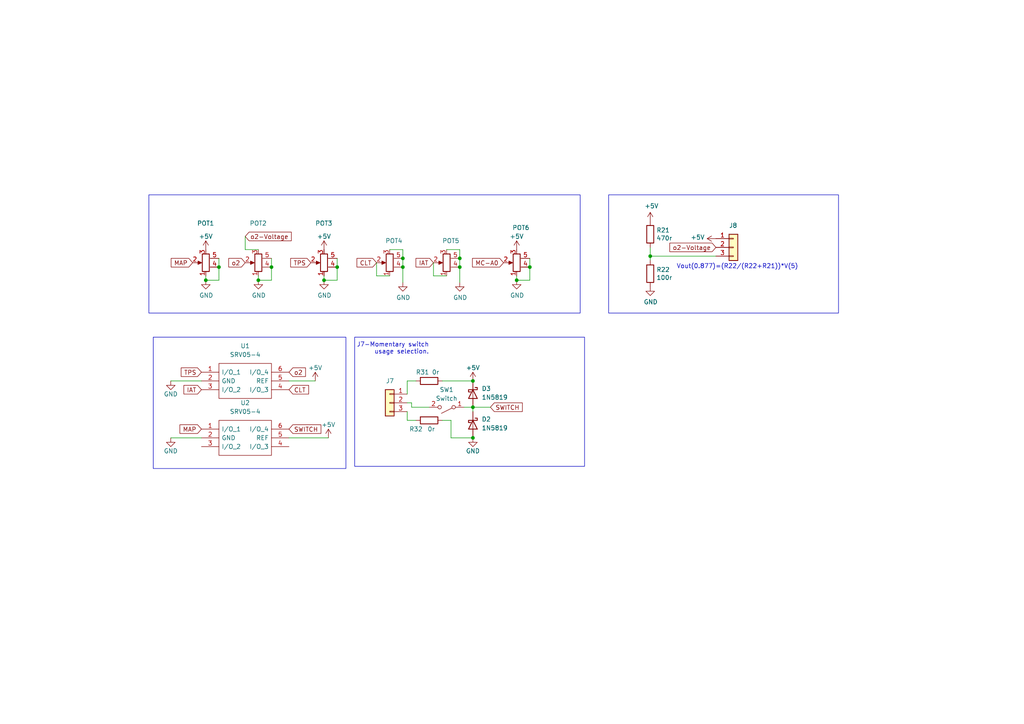
<source format=kicad_sch>
(kicad_sch (version 20250114) (generator "eeschema") (generator_version "9.0")
  (paper "A4")
  (title_block (title "Engine Simulator") (date "2025-02-28") (rev "Production B2") (company "OpenLogicEFI"))
  (lib_symbols
    (symbol "Connector_Generic:Conn_01x03" (pin_names (offset 1.016) (hide yes))
      (property "Reference" "J" (at 0 5.08 0))
      (property "Value" "Conn_01x03" (at 0 -5.08 0))
      (symbol "Conn_01x03_1_1"
        (rectangle (start -1.27 3.81) (end 1.27 -3.81) (stroke (width 0.254)) (fill (type background)))
        (rectangle (start -1.27 2.667) (end 0 2.413) (stroke (width 0.1524)))
        (rectangle (start -1.27 0.127) (end 0 -0.127) (stroke (width 0.1524)))
        (rectangle (start -1.27 -2.413) (end 0 -2.667) (stroke (width 0.1524)))
        (pin passive line (at -5.08 2.54 0) (length 3.81) (name "Pin_1") (number "1"))
        (pin passive line (at -5.08 0 0) (length 3.81) (name "Pin_2") (number "2"))
        (pin passive line (at -5.08 -2.54 0) (length 3.81) (name "Pin_3") (number "3"))
      )
    )
    (symbol "Detonation:Pot-10k" (pin_names (offset 1.016) (hide yes))
      (property "Reference" "POT4" (at -2.54 7.62 0))
      (property "Value" "Pot-10k" (at -2.54 6.35 0))
      (symbol "Pot-10k_0_1"
        (rectangle (start 1.016 2.54) (end -1.016 -2.54) (stroke (width 0.254)))
        (polyline (pts (xy 1.143 0) (xy 2.286 0.508) (xy 2.286 -0.508) (xy 1.143 0)) (fill (type outline)))
        (polyline (pts (xy 2.54 0) (xy 1.524 0)))
      )
      (symbol "Pot-10k_1_1"
        (pin passive line (at -3.81 1.27 0) (length 2.54) (name "Mounting_Tap") (number "4"))
        (pin passive line (at -3.81 -1.27 0) (length 2.54) (name "Mounting_Tap") (number "5"))
        (pin passive line (at 0 3.81 270) (length 1.27) (name "1") (number "1"))
        (pin passive line (at 0 -3.81 90) (length 1.27) (name "3") (number "3"))
        (pin passive line (at 3.81 0 180) (length 1.27) (name "2") (number "2"))
      )
    )
    (symbol "Detonation:SRV05-4" (pin_names (offset 0.762))
      (property "Reference" "U2" (at 1.905 3.81 0))
      (property "Value" "SRV05-4" (at 12.7 3.81 0))
      (symbol "SRV05-4_0_0"
        (pin passive line (at 0 0 0) (length 5.08) (name "I/O_1") (number "1"))
        (pin passive line (at 0 -2.54 0) (length 5.08) (name "GND") (number "2"))
        (pin passive line (at 0 -5.08 0) (length 5.08) (name "I/O_2") (number "3"))
        (pin passive line (at 25.4 0 180) (length 5.08) (name "I/O_4") (number "6"))
        (pin passive line (at 25.4 -2.54 180) (length 5.08) (name "REF") (number "5"))
        (pin passive line (at 25.4 -5.08 180) (length 5.08) (name "I/O_3") (number "4"))
      )
      (symbol "SRV05-4_0_1"
        (polyline (pts (xy 5.08 2.54) (xy 20.32 2.54) (xy 20.32 -7.62) (xy 5.08 -7.62) (xy 5.08 2.54)) (stroke (width 0.1524)))
      )
    )
    (symbol "Device:R" (pin_numbers (hide yes)) (pin_names (offset 0))
      (property "Reference" "R" (at 2.032 0 90))
      (property "Value" "R" (at 0 0 90))
      (symbol "R_0_1"
        (rectangle (start -1.016 -2.54) (end 1.016 2.54) (stroke (width 0.254)))
      )
      (symbol "R_1_1"
        (pin passive line (at 0 3.81 270) (length 1.27) (name "~") (number "1"))
        (pin passive line (at 0 -3.81 90) (length 1.27) (name "~") (number "2"))
      )
    )
    (symbol "Diode:1N5819" (pin_numbers (hide yes)) (pin_names (offset 1.016) (hide yes))
      (property "Reference" "D" (at 0 2.54 0))
      (property "Value" "1N5819" (at 0 -2.54 0))
      (symbol "1N5819_0_1"
        (polyline (pts (xy -1.905 0.635) (xy -1.905 1.27) (xy -1.27 1.27) (xy -1.27 -1.27) (xy -0.635 -1.27) (xy -0.635 -0.635)) (stroke (width 0.254)))
        (polyline (pts (xy 1.27 1.27) (xy 1.27 -1.27) (xy -1.27 0) (xy 1.27 1.27)) (stroke (width 0.254)))
        (polyline (pts (xy 1.27 0) (xy -1.27 0)))
      )
      (symbol "1N5819_1_1"
        (pin passive line (at -3.81 0 0) (length 2.54) (name "K") (number "1"))
        (pin passive line (at 3.81 0 180) (length 2.54) (name "A") (number "2"))
      )
    )
    (symbol "Switch:SW_SPST" (pin_names (offset 0) (hide yes))
      (property "Reference" "SW" (at 0 3.175 0))
      (property "Value" "SW_SPST" (at 0 -2.54 0))
      (symbol "SW_SPST_0_0"
        (circle (center -2.032 0) (radius 0.508))
        (polyline (pts (xy -1.524 0.254) (xy 1.524 1.778)))
        (circle (center 2.032 0) (radius 0.508))
      )
      (symbol "SW_SPST_1_1"
        (pin passive line (at -5.08 0 0) (length 2.54) (name "A") (number "1"))
        (pin passive line (at 5.08 0 180) (length 2.54) (name "B") (number "2"))
      )
    )
    (symbol "power:+5V" (power) (pin_names (offset 0))
      (property "Value" "+5V" (at 0 3.556 0))
      (symbol "+5V_0_1"
        (polyline (pts (xy -0.762 1.27) (xy 0 2.54)))
        (polyline (pts (xy 0 2.54) (xy 0.762 1.27)))
        (polyline (pts (xy 0 0) (xy 0 2.54)))
      )
      (symbol "+5V_1_1"
        (pin power_in line (at 0 0 90) (length 0) (hide yes) (name "+5V") (number "1"))
      )
    )
    (symbol "power:GND" (power) (pin_names (offset 0))
      (property "Value" "GND" (at 0 -3.81 0))
      (symbol "GND_0_1"
        (polyline (pts (xy 0 0) (xy 0 -1.27) (xy 1.27 -1.27) (xy 0 -2.54) (xy -1.27 -1.27) (xy 0 -1.27)))
      )
      (symbol "GND_1_1"
        (pin power_in line (at 0 0 270) (length 0) (hide yes) (name "GND") (number "1"))
      )
    )
  )
  (rectangle (start 43.18 56.515) (end 168.275 90.805))
  (rectangle (start 176.53 56.515) (end 243.205 90.805))
  (rectangle (start 102.87 97.79) (end 169.545 135.255))
  (rectangle (start 44.45 97.79) (end 100.33 135.89))
  (text "Vout(0.877)=(R22/(R22+R21))*V(5)" (at 196.215 78.105 0) (effects (font (size 1.27 1.27)) (justify left bottom)))
  (text "J7-Momentary switch\nusage selection." (at 124.46 102.87 0) (effects (font (size 1.27 1.27)) (justify right bottom)))
  (junction (at 93.98 81.28))
  (junction (at 153.67 77.47))
  (junction (at 97.79 77.47))
  (junction (at 133.35 74.93))
  (junction (at 137.16 118.11))
  (junction (at 188.595 74.295))
  (junction (at 137.16 110.49))
  (junction (at 149.86 81.28))
  (junction (at 59.69 81.28))
  (junction (at 116.84 74.93))
  (junction (at 137.16 127))
  (junction (at 116.84 77.47))
  (junction (at 78.74 77.47))
  (junction (at 133.35 77.47))
  (junction (at 74.93 81.28))
  (junction (at 63.5 77.47))
  (wire (pts (xy 71.12 72.39) (xy 74.93 72.39)))
  (wire (pts (xy 133.35 72.39) (xy 133.35 74.93)))
  (wire (pts (xy 109.22 80.01) (xy 109.22 76.2)))
  (wire (pts (xy 78.74 81.28) (xy 78.74 77.47)))
  (wire (pts (xy 113.03 80.01) (xy 109.22 80.01)))
  (wire (pts (xy 97.79 77.47) (xy 97.79 81.28)))
  (wire (pts (xy 188.595 71.755) (xy 188.595 74.295)))
  (wire (pts (xy 149.86 81.28) (xy 149.86 80.01)))
  (wire (pts (xy 188.595 74.295) (xy 188.595 75.565)))
  (wire (pts (xy 129.54 80.01) (xy 125.73 80.01)))
  (wire (pts (xy 63.5 77.47) (xy 63.5 74.93)))
  (wire (pts (xy 119.38 118.11) (xy 124.46 118.11)))
  (wire (pts (xy 63.5 81.28) (xy 63.5 77.47)))
  (wire (pts (xy 137.16 119.38) (xy 137.16 118.11)))
  (wire (pts (xy 97.79 81.28) (xy 93.98 81.28)))
  (wire (pts (xy 116.84 81.915) (xy 116.84 77.47)))
  (wire (pts (xy 153.67 81.28) (xy 153.67 77.47)))
  (wire (pts (xy 134.62 118.11) (xy 137.16 118.11)))
  (wire (pts (xy 49.53 127) (xy 58.42 127)))
  (wire (pts (xy 120.65 110.49) (xy 118.11 110.49)))
  (wire (pts (xy 118.11 110.49) (xy 118.11 114.3)))
  (wire (pts (xy 149.86 81.28) (xy 153.67 81.28)))
  (wire (pts (xy 91.44 110.49) (xy 83.82 110.49)))
  (wire (pts (xy 116.84 72.39) (xy 116.84 74.93)))
  (wire (pts (xy 118.11 121.92) (xy 118.11 119.38)))
  (wire (pts (xy 207.645 74.295) (xy 188.595 74.295)))
  (wire (pts (xy 113.03 72.39) (xy 116.84 72.39)))
  (wire (pts (xy 74.93 81.28) (xy 74.93 80.01)))
  (wire (pts (xy 59.69 81.28) (xy 59.69 80.01)))
  (wire (pts (xy 119.38 116.84) (xy 118.11 116.84)))
  (wire (pts (xy 71.12 72.39) (xy 71.12 68.58)))
  (wire (pts (xy 78.74 77.47) (xy 78.74 74.93)))
  (wire (pts (xy 137.16 118.11) (xy 142.24 118.11)))
  (wire (pts (xy 116.84 77.47) (xy 116.84 74.93)))
  (wire (pts (xy 125.73 80.01) (xy 125.73 76.2)))
  (wire (pts (xy 74.93 81.28) (xy 78.74 81.28)))
  (wire (pts (xy 130.81 127) (xy 137.16 127)))
  (wire (pts (xy 130.81 121.92) (xy 128.27 121.92)))
  (wire (pts (xy 129.54 72.39) (xy 133.35 72.39)))
  (wire (pts (xy 97.79 77.47) (xy 97.79 74.93)))
  (wire (pts (xy 133.35 77.47) (xy 133.35 74.93)))
  (wire (pts (xy 119.38 118.11) (xy 119.38 116.84)))
  (wire (pts (xy 59.69 81.28) (xy 63.5 81.28)))
  (wire (pts (xy 153.67 77.47) (xy 153.67 74.93)))
  (wire (pts (xy 133.35 81.915) (xy 133.35 77.47)))
  (wire (pts (xy 93.98 81.28) (xy 93.98 80.01)))
  (wire (pts (xy 120.65 121.92) (xy 118.11 121.92)))
  (wire (pts (xy 95.25 127) (xy 83.82 127)))
  (wire (pts (xy 130.81 121.92) (xy 130.81 127)))
  (wire (pts (xy 49.53 110.49) (xy 58.42 110.49)))
  (wire (pts (xy 128.27 110.49) (xy 137.16 110.49)))
  (global_label "o2" (shape input) (at 83.82 107.95 0) (property "Intersheetrefs" "${INTERSHEET_REFS}" (effects (hide yes))))
  (global_label "IAT" (shape input) (at 125.73 76.2 180) (property "Intersheetrefs" "${INTERSHEET_REFS}" (effects (hide yes))))
  (global_label "TPS" (shape input) (at 90.17 76.2 180) (property "Intersheetrefs" "${INTERSHEET_REFS}" (effects (hide yes))))
  (global_label "CLT" (shape input) (at 109.22 76.2 180) (property "Intersheetrefs" "${INTERSHEET_REFS}" (effects (hide yes))))
  (global_label "MC-A0" (shape input) (at 146.05 76.2 180) (property "Intersheetrefs" "${INTERSHEET_REFS}" (effects (hide yes))))
  (global_label "MAP" (shape input) (at 55.88 76.2 180) (property "Intersheetrefs" "${INTERSHEET_REFS}" (effects (hide yes))))
  (global_label "CLT" (shape input) (at 83.82 113.03 0) (property "Intersheetrefs" "${INTERSHEET_REFS}" (effects (hide yes))))
  (global_label "IAT" (shape input) (at 58.42 113.03 180) (property "Intersheetrefs" "${INTERSHEET_REFS}" (effects (hide yes))))
  (global_label "SWITCH" (shape input) (at 83.82 124.46 0) (property "Intersheetrefs" "${INTERSHEET_REFS}" (effects (hide yes))))
  (global_label "o2-Voltage" (shape input) (at 71.12 68.58 0) (property "Intersheetrefs" "${INTERSHEET_REFS}" (effects (hide yes))))
  (global_label "SWITCH" (shape input) (at 142.24 118.11 0) (property "Intersheetrefs" "${INTERSHEET_REFS}" (effects (hide yes))))
  (global_label "o2" (shape input) (at 71.12 76.2 180) (property "Intersheetrefs" "${INTERSHEET_REFS}" (effects (hide yes))))
  (global_label "o2-Voltage" (shape input) (at 207.645 71.755 180) (property "Intersheetrefs" "${INTERSHEET_REFS}" (effects (hide yes))))
  (global_label "MAP" (shape input) (at 58.42 124.46 180) (property "Intersheetrefs" "${INTERSHEET_REFS}" (effects (hide yes))))
  (global_label "TPS" (shape input) (at 58.42 107.95 180) (property "Intersheetrefs" "${INTERSHEET_REFS}" (effects (hide yes))))
  (symbol (lib_id "Detonation:SRV05-4") (at 58.42 124.46 0) (unit 1)
    (property "Reference" "U2" (at 71.12 116.84 0))
    (property "Value" "SRV05-4" (at 71.12 119.38 0))
    (property "Footprint" "Package_TO_SOT_SMD:SOT-23-6" (effects (hide yes)))
    (property "LCSC" "C7420376" (effects (hide yes)))
  )
  (symbol (lib_id "power:+5V") (at 59.69 72.39 0) (unit 1)
    (property "Reference" "#PWR04" (effects (hide yes)))
    (property "Value" "+5V" (at 59.69 68.58 0))
  )
  (symbol (lib_id "power:GND") (at 59.69 81.28 0) (unit 1)
    (property "Reference" "#PWR05" (effects (hide yes)))
    (property "Value" "GND" (at 59.817 85.6742 0))
  )
  (symbol (lib_id "Device:R") (at 188.595 67.945 0) (unit 1)
    (property "Reference" "R21" (at 190.373 66.7766 0) (effects (justify left)))
    (property "Value" "470r" (at 190.373 69.088 0) (effects (justify left)))
    (property "Footprint" "Resistor_SMD:R_0603_1608Metric" (effects (hide yes)))
    (property "LCSC" "C23179" (effects (hide yes)))
  )
  (symbol (lib_id "Diode:1N5819") (at 137.16 114.3 270) (unit 1)
    (property "Reference" "D3" (at 139.7 112.7124 90) (effects (justify left)))
    (property "Value" "1N5819" (at 139.7 115.2524 90) (effects (justify left)))
    (property "Footprint" "Diode_SMD:D_SOD-123" (effects (hide yes)))
    (property "Datasheet" "http://www.vishay.com/docs/88525/1n5817.pdf" (effects (hide yes)))
    (property "Description" "40V 1A Schottky Barrier Rectifier Diode" (effects (hide yes)))
    (property "LCSC" "C8598" (effects (hide yes)))
  )
  (symbol (lib_id "power:GND") (at 49.53 110.49 0) (mirror y) (unit 1)
    (property "Reference" "#PWR047" (effects (hide yes)))
    (property "Value" "GND" (at 49.53 114.3 0))
  )
  (symbol (lib_id "power:GND") (at 93.98 81.28 0) (unit 1)
    (property "Reference" "#PWR018" (effects (hide yes)))
    (property "Value" "GND" (at 94.107 85.6742 0))
  )
  (symbol (lib_id "Connector_Generic:Conn_01x03") (at 113.03 116.84 0) (mirror y) (unit 1) (in_bom no)
    (property "Reference" "J7" (at 114.3 110.49 0) (effects (justify left)))
    (property "Value" "Conn_01x03" (effects (hide yes)))
    (property "Footprint" "Detonation:3-PinSwitch" (effects (hide yes)))
  )
  (symbol (lib_id "power:+5V") (at 149.86 72.39 0) (unit 1)
    (property "Reference" "#PWR041" (effects (hide yes)))
    (property "Value" "+5V" (at 149.86 68.58 0))
  )
  (symbol (lib_id "power:+5V") (at 93.98 72.39 0) (unit 1)
    (property "Reference" "#PWR017" (effects (hide yes)))
    (property "Value" "+5V" (at 93.98 68.58 0))
  )
  (symbol (lib_id "Diode:1N5819") (at 137.16 123.19 270) (unit 1)
    (property "Reference" "D2" (at 139.7 121.6024 90) (effects (justify left)))
    (property "Value" "1N5819" (at 139.7 124.1424 90) (effects (justify left)))
    (property "Footprint" "Diode_SMD:D_SOD-123" (effects (hide yes)))
    (property "Datasheet" "http://www.vishay.com/docs/88525/1n5817.pdf" (effects (hide yes)))
    (property "Description" "40V 1A Schottky Barrier Rectifier Diode" (effects (hide yes)))
    (property "LCSC" "C8598" (effects (hide yes)))
  )
  (symbol (lib_id "power:GND") (at 137.16 127 0) (mirror y) (unit 1)
    (property "Reference" "#PWR044" (effects (hide yes)))
    (property "Value" "GND" (at 137.16 130.81 0))
  )
  (symbol (lib_id "Detonation:Pot-10k") (at 93.98 76.2 180) (unit 1)
    (property "Reference" "POT3" (at 91.44 64.77 0) (effects (justify right)))
    (property "Value" "MAP/SP1" (effects (hide yes)))
    (property "Footprint" "Misc:RV09AF4020KB10K" (effects (hide yes)))
  )
  (symbol (lib_id "Switch:SW_SPST") (at 129.54 118.11 180) (unit 1) (in_bom no)
    (property "Reference" "SW1" (at 129.54 113.03 0))
    (property "Value" "Switch" (at 129.54 115.57 0))
    (property "Footprint" "Button_Switch_THT:SW_PUSH_6mm_H9.5mm" (effects (hide yes)))
  )
  (symbol (lib_id "power:+5V") (at 137.16 110.49 0) (mirror y) (unit 1)
    (property "Reference" "#PWR043" (effects (hide yes)))
    (property "Value" "+5V" (at 137.16 106.68 0))
  )
  (symbol (lib_id "Device:R") (at 124.46 121.92 270) (unit 1)
    (property "Reference" "R32" (at 120.65 124.46 90))
    (property "Value" "0r" (at 125.095 124.46 90))
    (property "Footprint" "Resistor_SMD:R_0805_2012Metric" (effects (hide yes)))
    (property "LCSC" "C17477" (effects (hide yes)))
    (property "Manufacture PN" "0805W8F0000T5E" (effects (hide yes)))
  )
  (symbol (lib_id "Detonation:Pot-10k") (at 129.54 76.2 180) (unit 1)
    (property "Reference" "POT5" (at 128.27 69.85 0) (effects (justify right)))
    (property "Value" "o2" (effects (hide yes)))
    (property "Footprint" "Misc:RV09AF4020KB10K" (effects (hide yes)))
  )
  (symbol (lib_id "power:GND") (at 116.84 81.915 0) (unit 1)
    (property "Reference" "#PWR027" (effects (hide yes)))
    (property "Value" "GND" (at 116.967 86.3092 0))
  )
  (symbol (lib_id "power:+5V") (at 91.44 110.49 0) (mirror y) (unit 1)
    (property "Reference" "#PWR046" (effects (hide yes)))
    (property "Value" "+5V" (at 91.44 106.68 0))
  )
  (symbol (lib_id "power:GND") (at 149.86 81.28 0) (unit 1)
    (property "Reference" "#PWR042" (effects (hide yes)))
    (property "Value" "GND" (at 149.987 85.6742 0))
  )
  (symbol (lib_id "power:GND") (at 74.93 81.28 0) (unit 1)
    (property "Reference" "#PWR015" (effects (hide yes)))
    (property "Value" "GND" (at 75.057 85.6742 0))
  )
  (symbol (lib_id "power:GND") (at 133.35 81.915 0) (unit 1)
    (property "Reference" "#PWR029" (effects (hide yes)))
    (property "Value" "GND" (at 133.477 86.3092 0))
  )
  (symbol (lib_id "Detonation:Pot-10k") (at 149.86 76.2 180) (unit 1)
    (property "Reference" "POT6" (at 148.59 66.04 0) (effects (justify right)))
    (property "Value" "RPM" (effects (hide yes)))
    (property "Footprint" "Misc:RV09AF4020KB10K" (effects (hide yes)))
  )
  (symbol (lib_id "Detonation:Pot-10k") (at 59.69 76.2 180) (unit 1)
    (property "Reference" "POT1" (at 57.15 64.77 0) (effects (justify right)))
    (property "Value" "IAT" (effects (hide yes)))
    (property "Footprint" "Misc:RV09AF4020KB10K" (effects (hide yes)))
  )
  (symbol (lib_id "power:+5V") (at 188.595 64.135 0) (unit 1)
    (property "Reference" "#PWR051" (effects (hide yes)))
    (property "Value" "+5V" (at 188.976 59.7408 0))
  )
  (symbol (lib_id "Detonation:Pot-10k") (at 74.93 76.2 180) (unit 1)
    (property "Reference" "POT2" (at 72.39 64.77 0) (effects (justify right)))
    (property "Value" "CLT" (effects (hide yes)))
    (property "Footprint" "Misc:RV09AF4020KB10K" (effects (hide yes)))
  )
  (symbol (lib_id "Device:R") (at 124.46 110.49 90) (unit 1)
    (property "Reference" "R31" (at 122.555 107.95 90))
    (property "Value" "0r" (at 126.365 107.95 90))
    (property "Footprint" "Resistor_SMD:R_0805_2012Metric" (effects (hide yes)))
    (property "LCSC" "C17477" (effects (hide yes)))
    (property "Manufacture PN" "0805W8F0000T5E" (effects (hide yes)))
  )
  (symbol (lib_id "Detonation:Pot-10k") (at 113.03 76.2 180) (unit 1)
    (property "Reference" "POT4" (at 111.76 69.85 0) (effects (justify right)))
    (property "Value" "TPS" (effects (hide yes)))
    (property "Footprint" "Misc:RV09AF4020KB10K" (effects (hide yes)))
  )
  (symbol (lib_id "Connector_Generic:Conn_01x03") (at 212.725 71.755 0) (unit 1) (in_bom no)
    (property "Reference" "J8" (at 211.455 65.405 0) (effects (justify left)))
    (property "Value" "Conn_01x03" (effects (hide yes)))
    (property "Footprint" "Detonation:3-PinSwitch" (effects (hide yes)))
  )
  (symbol (lib_id "Device:R") (at 188.595 79.375 0) (unit 1)
    (property "Reference" "R22" (at 190.373 78.2066 0) (effects (justify left)))
    (property "Value" "100r" (at 190.373 80.518 0) (effects (justify left)))
    (property "Footprint" "Resistor_SMD:R_0603_1608Metric" (effects (hide yes)))
    (property "LCSC" "C22775" (effects (hide yes)))
  )
  (symbol (lib_id "power:+5V") (at 207.645 69.215 90) (unit 1)
    (property "Reference" "#PWR057" (effects (hide yes)))
    (property "Value" "+5V" (at 204.3938 68.834 90) (effects (justify left)))
  )
  (symbol (lib_id "Detonation:SRV05-4") (at 58.42 107.95 0) (unit 1)
    (property "Reference" "U1" (at 71.12 100.33 0))
    (property "Value" "SRV05-4" (at 71.12 102.87 0))
    (property "Footprint" "Package_TO_SOT_SMD:SOT-23-6" (effects (hide yes)))
    (property "LCSC" "C7420376" (effects (hide yes)))
  )
  (symbol (lib_id "power:GND") (at 188.595 83.185 0) (unit 1)
    (property "Reference" "#PWR053" (effects (hide yes)))
    (property "Value" "GND" (at 188.722 87.5792 0))
  )
  (symbol (lib_id "power:GND") (at 49.53 127 0) (mirror y) (unit 1)
    (property "Reference" "#PWR054" (effects (hide yes)))
    (property "Value" "GND" (at 49.53 130.81 0))
  )
  (symbol (lib_id "power:+5V") (at 95.25 127 0) (mirror y) (unit 1)
    (property "Reference" "#PWR058" (effects (hide yes)))
    (property "Value" "+5V" (at 95.25 123.19 0))
  )
)
</source>
